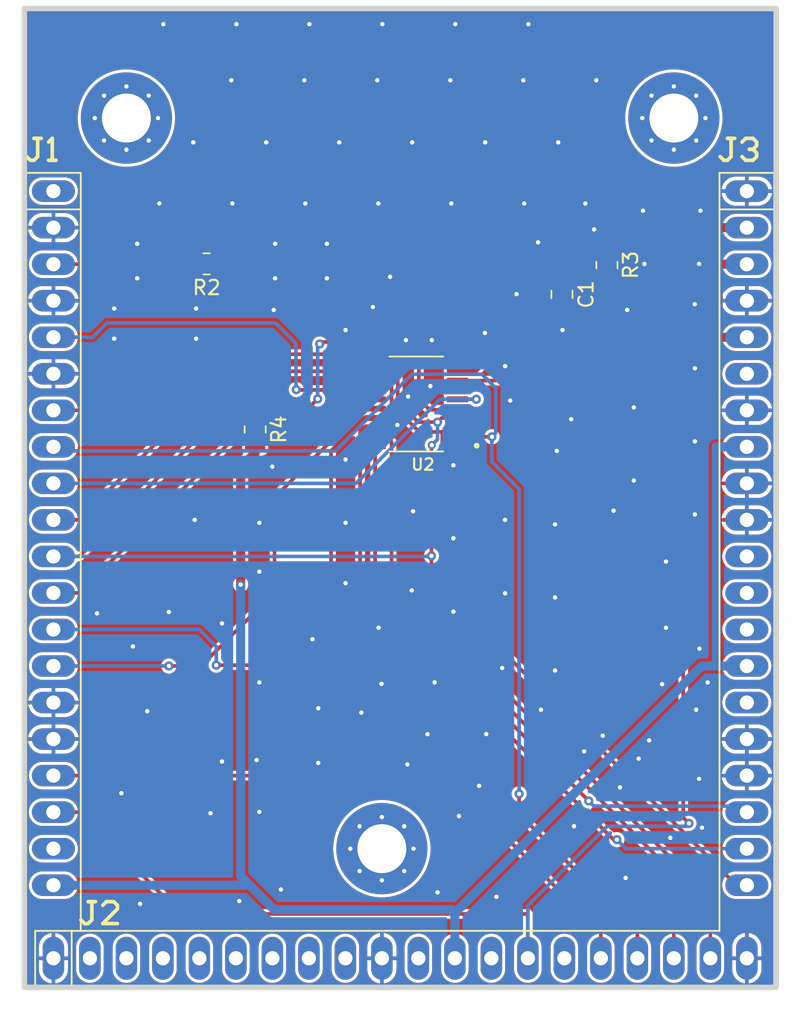
<source format=kicad_pcb>
(kicad_pcb (version 20221018) (generator pcbnew)
  (layers (0 "F.Cu" signal) (31 "B.Cu" signal) (34 "B.Paste" user) (35 "F.Paste" user) (36 "B.SilkS" user "B.Silkscreen") (37 "F.SilkS" user "F.Silkscreen") (38 "B.Mask" user) (39 "F.Mask" user) (44 "Edge.Cuts" user))
  (net 0 "")
  (net 1 "VCC")
  (net 2 "GND")
  (net 3 "Net-(J1-FILT_LP)")
  (net 5 "Net-(J1-CLKOUT)")
  (net 6 "GPI01")
  (net 7 "GPI02")
  (net 8 "GPI03")
  (net 9 "GPI04")
  (net 10 "RST")
  (net 11 "SCK")
  (net 12 "MISO")
  (net 13 "MOSI")
  (net 14 "PDIC")
  (net 15 "PDID")
  (net 28 "CLK")
  (net 29 "VBUS")
  (net 35 "LED1")
  (net 36 "LED2")
  (net 37 "LED3")
  (net 41 "CLKOUT")
  (net 42 "MH3ISO")
  (net 43 "MH2ISO")
  (net 44 "MH1ISO")
  (footprint "Resistor_SMD:R_0805_2012Metric_Pad1.20x1.40mm_HandSolder" (layer "F.Cu") (at 88.71 -87.19 -90)
    (fp_text reference "R4" (at 0 -1.65 90) (layer "F.SilkS"))
    (fp_text value "10K")
    (fp_line (start -0.227064 -0.735) (end 0.227064 -0.735) (stroke (width 0.12)) (layer "F.SilkS"))
    (fp_line (start -0.227064 0.735) (end 0.227064 0.735) (stroke (width 0.12)) (layer "F.SilkS"))
    (pad "1" smd roundrect (at -1 0 270) (size 1.2 1.4) (layers "F.Cu" "F.Paste" "F.Mask") (roundrect_rratio 0.2083333333) (net 10 "RST"))
    (pad "2" smd roundrect (at 1 0 270) (size 1.2 1.4) (layers "F.Cu" "F.Paste" "F.Mask") (roundrect_rratio 0.2083333333) (net 1 "VCC"))
  )
  (footprint "Resistor_SMD:R_0805_2012Metric_Pad1.20x1.40mm_HandSolder" (layer "F.Cu") (at 85.33 -98.7 180)
    (fp_text reference "R2" (at 0 -1.65) (layer "F.SilkS"))
    (fp_text value "100R")
    (fp_line (start -0.227064 -0.735) (end 0.227064 -0.735) (stroke (width 0.12)) (layer "F.SilkS"))
    (fp_line (start -0.227064 0.735) (end 0.227064 0.735) (stroke (width 0.12)) (layer "F.SilkS"))
    (pad "1" smd roundrect (at -1 0 180) (size 1.2 1.4) (layers "F.Cu" "F.Paste" "F.Mask") (roundrect_rratio 0.2083333333) (net 28 "CLK"))
    (pad "2" smd roundrect (at 1 0 180) (size 1.2 1.4) (layers "F.Cu" "F.Paste" "F.Mask") (roundrect_rratio 0.2083333333) (net 5 "Net-(J1-CLKOUT)"))
  )
  (footprint "Resistor_SMD:R_0805_2012Metric_Pad1.20x1.40mm_HandSolder" (layer "F.Cu") (at 113.19 -98.62 -90)
    (fp_text reference "R3" (at 0 -1.65 90) (layer "F.SilkS"))
    (fp_text value "51R")
    (fp_line (start -0.227064 -0.735) (end 0.227064 -0.735) (stroke (width 0.12)) (layer "F.SilkS"))
    (fp_line (start -0.227064 0.735) (end 0.227064 0.735) (stroke (width 0.12)) (layer "F.SilkS"))
    (pad "1" smd roundrect (at -1 0 270) (size 1.2 1.4) (layers "F.Cu" "F.Paste" "F.Mask") (roundrect_rratio 0.2083333333) (net 29 "VBUS"))
    (pad "2" smd roundrect (at 1 0 270) (size 1.2 1.4) (layers "F.Cu" "F.Paste" "F.Mask") (roundrect_rratio 0.2083333333) (net 3 "Net-(J1-FILT_LP)"))
  )
  (footprint "N76E003AT20:SOP65P640X120-20N" (layer "F.Cu") (at 99.9225 -88.96 180)
    (fp_text reference "U2" (at -0.460305 -4.210775 180) (layer "F.SilkS") (effects (font (size 0.800528 0.800528))))
    (fp_text value "N76E003AT20")
    (fp_line (start -1.869 -3.3) (end 1.869 -3.3) (stroke (width 0.127)) (layer "F.SilkS"))
    (fp_line (start -1.869 3.3) (end 1.869 3.3) (stroke (width 0.127)) (layer "F.SilkS"))
    (fp_circle (center -4.2 -2.9) (end -4.1 -2.9) (stroke (width 0.2)) (fill none) (layer "F.SilkS"))
    (pad "1" smd roundrect (at -2.865 -2.925 180) (size 1.48 0.41) (layers "F.Cu" "F.Paste" "F.Mask") (roundrect_rratio 0.02) (net 37 "LED3"))
    (pad "2" smd roundrect (at -2.865 -2.275 180) (size 1.48 0.41) (layers "F.Cu" "F.Paste" "F.Mask") (roundrect_rratio 0.02) (net 7 "GPI02"))
    (pad "3" smd roundrect (at -2.865 -1.625 180) (size 1.48 0.41) (layers "F.Cu" "F.Paste" "F.Mask") (roundrect_rratio 0.02) (net 6 "GPI01"))
    (pad "4" smd roundrect (at -2.865 -0.975 180) (size 1.48 0.41) (layers "F.Cu" "F.Paste" "F.Mask") (roundrect_rratio 0.02) (net 10 "RST"))
    (pad "5" smd roundrect (at -2.865 -0.325 180) (size 1.48 0.41) (layers "F.Cu" "F.Paste" "F.Mask") (roundrect_rratio 0.02) (net 28 "CLK"))
    (pad "6" smd roundrect (at -2.865 0.325 180) (size 1.48 0.41) (layers "F.Cu" "F.Paste" "F.Mask") (roundrect_rratio 0.02) (net 8 "GPI03"))
    (pad "7" smd roundrect (at -2.865 0.975 180) (size 1.48 0.41) (layers "F.Cu" "F.Paste" "F.Mask") (roundrect_rratio 0.02) (net 2 "GND"))
    (pad "8" smd roundrect (at -2.865 1.625 180) (size 1.48 0.41) (layers "F.Cu" "F.Paste" "F.Mask") (roundrect_rratio 0.02) (net 15 "PDID"))
    (pad "9" smd roundrect (at -2.865 2.275 180) (size 1.48 0.41) (layers "F.Cu" "F.Paste" "F.Mask") (roundrect_rratio 0.02) (net 29 "VBUS"))
    (pad "10" smd roundrect (at -2.865 2.925 180) (size 1.48 0.41) (layers "F.Cu" "F.Paste" "F.Mask") (roundrect_rratio 0.02))
    (pad "11" smd roundrect (at 2.865 2.925) (size 1.48 0.41) (layers "F.Cu" "F.Paste" "F.Mask") (roundrect_rratio 0.02))
    (pad "12" smd roundrect (at 2.865 2.275) (size 1.48 0.41) (layers "F.Cu" "F.Paste" "F.Mask") (roundrect_rratio 0.02) (net 9 "GPI04"))
    (pad "13" smd roundrect (at 2.865 1.625) (size 1.48 0.41) (layers "F.Cu" "F.Paste" "F.Mask") (roundrect_rratio 0.02))
    (pad "14" smd roundrect (at 2.865 0.975) (size 1.48 0.41) (layers "F.Cu" "F.Paste" "F.Mask") (roundrect_rratio 0.02) (net 41 "CLKOUT"))
    (pad "15" smd roundrect (at 2.865 0.325) (size 1.48 0.41) (layers "F.Cu" "F.Paste" "F.Mask") (roundrect_rratio 0.02) (net 11 "SCK"))
    (pad "16" smd roundrect (at 2.865 -0.325) (size 1.48 0.41) (layers "F.Cu" "F.Paste" "F.Mask") (roundrect_rratio 0.02) (net 13 "MOSI"))
    (pad "17" smd roundrect (at 2.865 -0.975) (size 1.48 0.41) (layers "F.Cu" "F.Paste" "F.Mask") (roundrect_rratio 0.02) (net 12 "MISO"))
    (pad "18" smd roundrect (at 2.865 -1.625) (size 1.48 0.41) (layers "F.Cu" "F.Paste" "F.Mask") (roundrect_rratio 0.02) (net 14 "PDIC"))
    (pad "19" smd roundrect (at 2.865 -2.275) (size 1.48 0.41) (layers "F.Cu" "F.Paste" "F.Mask") (roundrect_rratio 0.02) (net 35 "LED1"))
    (pad "20" smd roundrect (at 2.865 -2.925) (size 1.48 0.41) (layers "F.Cu" "F.Paste" "F.Mask") (roundrect_rratio 0.02) (net 36 "LED2"))
  )
  (footprint "Capacitor_SMD:C_0805_2012Metric_Pad1.18x1.45mm_HandSolder" (layer "F.Cu") (at 110.06 -96.58 -90)
    (fp_text reference "C1" (at 0 -1.68 90) (layer "F.SilkS"))
    (fp_text value "100nF")
    (fp_line (start -0.261252 -0.735) (end 0.261252 -0.735) (stroke (width 0.12)) (layer "F.SilkS"))
    (fp_line (start -0.261252 0.735) (end 0.261252 0.735) (stroke (width 0.12)) (layer "F.SilkS"))
    (pad "1" smd roundrect (at -1.0375 0 270) (size 1.175 1.45) (layers "F.Cu" "F.Paste" "F.Mask") (roundrect_rratio 0.2127659574) (net 3 "Net-(J1-FILT_LP)"))
    (pad "2" smd roundrect (at 1.0375 0 270) (size 1.175 1.45) (layers "F.Cu" "F.Paste" "F.Mask") (roundrect_rratio 0.2127659574) (net 2 "GND"))
  )
  (footprint "chipwhisperer:CW308T_CONNBOARD" (layer "F.Cu") (at 74.667 -103.7608)
    (fp_text reference "J1" hide)
    (fp_text value ">VALUE" hide)
    (fp_line (start -1.905 -1.27) (end 1.905 -1.27) (stroke (width 0.127)) (layer "F.SilkS"))
    (fp_line (start -1.905 1.27) (end -1.905 -1.27) (stroke (width 0.127)) (layer "F.SilkS"))
    (fp_line (start -1.905 1.27) (end 1.905 1.27) (stroke (width 0.127)) (layer "F.SilkS"))
    (fp_line (start -1.905 55.245) (end -1.905 1.27) (stroke (width 0.127)) (layer "F.SilkS"))
    (fp_line (start -1.27 51.435) (end -1.27 55.245) (stroke (width 0.127)) (layer "F.SilkS"))
    (fp_line (start -1.27 55.245) (end -1.905 55.245) (stroke (width 0.127)) (layer "F.SilkS"))
    (fp_line (start 1.27 51.435) (end -1.27 51.435) (stroke (width 0.127)) (layer "F.SilkS"))
    (fp_line (start 1.27 51.435) (end 1.905 51.435) (stroke (width 0.127)) (layer "F.SilkS"))
    (fp_line (start 1.27 55.245) (end -1.27 55.245) (stroke (width 0.127)) (layer "F.SilkS"))
    (fp_line (start 1.27 55.245) (end 1.27 51.435) (stroke (width 0.127)) (layer "F.SilkS"))
    (fp_line (start 1.905 -1.27) (end 1.905 1.27) (stroke (width 0.127)) (layer "F.SilkS"))
    (fp_line (start 1.905 1.27) (end 1.905 51.435) (stroke (width 0.127)) (layer "F.SilkS"))
    (fp_line (start 1.905 51.435) (end 46.355 51.435) (stroke (width 0.127)) (layer "F.SilkS"))
    (fp_line (start 46.355 -1.27) (end 50.165 -1.27) (stroke (width 0.127)) (layer "F.SilkS"))
    (fp_line (start 46.355 1.27) (end 46.355 -1.27) (stroke (width 0.127)) (layer "F.SilkS"))
    (fp_line (start 46.355 1.27) (end 50.165 1.27) (stroke (width 0.127)) (layer "F.SilkS"))
    (fp_line (start 46.355 51.435) (end 46.355 1.27) (stroke (width 0.127)) (layer "F.SilkS"))
    (fp_line (start 50.165 -1.27) (end 50.165 1.27) (stroke (width 0.127)) (layer "F.SilkS"))
    (fp_line (start 50.165 1.27) (end 50.165 55.245) (stroke (width 0.127)) (layer "F.SilkS"))
    (fp_line (start 50.165 55.245) (end 1.27 55.245) (stroke (width 0.127)) (layer "F.SilkS"))
    (pad "A1" thru_hole oval (at 0 0 90) (size 1.4986 2.9972) (drill 0.9906) (layers "*.Cu" "*.Mask"))
    (pad "A2" thru_hole oval (at 0 2.54 90) (size 1.4986 2.9972) (drill 0.9906) (layers "*.Cu" "*.Mask") (net 2 "GND"))
    (pad "A3" thru_hole oval (at 0 5.08 90) (size 1.4986 2.9972) (drill 0.9906) (layers "*.Cu" "*.Mask") (net 5 "Net-(J1-CLKOUT)"))
    (pad "A4" thru_hole oval (at 0 7.62 90) (size 1.4986 2.9972) (drill 0.9906) (layers "*.Cu" "*.Mask") (net 2 "GND"))
    (pad "A5" thru_hole oval (at 0 10.16 90) (size 1.4986 2.9972) (drill 0.9906) (layers "*.Cu" "*.Mask") (net 41 "CLKOUT"))
    (pad "A6" thru_hole oval (at 0 12.7 90) (size 1.4986 2.9972) (drill 0.9906) (layers "*.Cu" "*.Mask") (net 2 "GND"))
    (pad "A7" thru_hole oval (at 0 15.24 90) (size 1.4986 2.9972) (drill 0.9906) (layers "*.Cu" "*.Mask") (net 6 "GPI01"))
    (pad "A8" thru_hole oval (at 0 17.78 90) (size 1.4986 2.9972) (drill 0.9906) (layers "*.Cu" "*.Mask") (net 7 "GPI02"))
    (pad "A9" thru_hole oval (at 0 20.32 90) (size 1.4986 2.9972) (drill 0.9906) (layers "*.Cu" "*.Mask") (net 8 "GPI03"))
    (pad "A10" thru_hole oval (at 0 22.86 90) (size 1.4986 2.9972) (drill 0.9906) (layers "*.Cu" "*.Mask") (net 9 "GPI04"))
    (pad "A11" thru_hole oval (at 0 25.4 90) (size 1.4986 2.9972) (drill 0.9906) (layers "*.Cu" "*.Mask") (net 10 "RST"))
    (pad "A12" thru_hole oval (at 0 27.94 90) (size 1.4986 2.9972) (drill 0.9906) (layers "*.Cu" "*.Mask") (net 11 "SCK"))
    (pad "A13" thru_hole oval (at 0 30.48 90) (size 1.4986 2.9972) (drill 0.9906) (layers "*.Cu" "*.Mask") (net 12 "MISO"))
    (pad "A14" thru_hole oval (at 0 33.02 90) (size 1.4986 2.9972) (drill 0.9906) (layers "*.Cu" "*.Mask") (net 13 "MOSI"))
    (pad "A15" thru_hole oval (at 0 35.56 90) (size 1.4986 2.9972) (drill 0.9906) (layers "*.Cu" "*.Mask") (net 2 "GND"))
    (pad "A16" thru_hole oval (at 0 38.1 90) (size 1.4986 2.9972) (drill 0.9906) (layers "*.Cu" "*.Mask") (net 2 "GND"))
    (pad "A17" thru_hole oval (at 0 40.64 90) (size 1.4986 2.9972) (drill 0.9906) (layers "*.Cu" "*.Mask") (net 14 "PDIC"))
    (pad "A18" thru_hole oval (at 0 43.18 90) (size 1.4986 2.9972) (drill 0.9906) (layers "*.Cu" "*.Mask") (net 15 "PDID"))
    (pad "A19" thru_hole oval (at 0 45.72 90) (size 1.4986 2.9972) (drill 0.9906) (layers "*.Cu" "*.Mask"))
    (pad "A20" thru_hole oval (at 0 48.26 90) (size 1.4986 2.9972) (drill 0.9906) (layers "*.Cu" "*.Mask") (net 1 "VCC"))
    (pad "B1" thru_hole oval (at 0 53.34 180) (size 1.4986 2.9972) (drill 0.9906) (layers "*.Cu" "*.Mask") (net 2 "GND"))
    (pad "B2" thru_hole oval (at 2.54 53.34 180) (size 1.4986 2.9972) (drill 0.9906) (layers "*.Cu" "*.Mask"))
    (pad "B3" thru_hole oval (at 5.08 53.34 180) (size 1.4986 2.9972) (drill 0.9906) (layers "*.Cu" "*.Mask"))
    (pad "B4" thru_hole oval (at 7.62 53.34 180) (size 1.4986 2.9972) (drill 0.9906) (layers "*.Cu" "*.Mask"))
    (pad "B5" thru_hole oval (at 10.16 53.34 180) (size 1.4986 2.9972) (drill 0.9906) (layers "*.Cu" "*.Mask"))
    (pad "B6" thru_hole oval (at 12.7 53.34 180) (size 1.4986 2.9972) (drill 0.9906) (layers "*.Cu" "*.Mask"))
    (pad "B7" thru_hole oval (at 15.24 53.34 180) (size 1.4986 2.9972) (drill 0.9906) (layers "*.Cu" "*.Mask"))
    (pad "B8" thru_hole oval (at 17.78 53.34 180) (size 1.4986 2.9972) (drill 0.9906) (layers "*.Cu" "*.Mask"))
    (pad "B9" thru_hole oval (at 20.32 53.34 180) (size 1.4986 2.9972) (drill 0.9906) (layers "*.Cu" "*.Mask"))
    (pad "B10" thru_hole oval (at 22.86 53.34 180) (size 1.4986 2.9972) (drill 0.9906) (layers "*.Cu" "*.Mask") (net 2 "GND"))
    (pad "B11" thru_hole oval (at 25.4 53.34 180) (size 1.4986 2.9972) (drill 0.9906) (layers "*.Cu" "*.Mask"))
    (pad "B12" thru_hole oval (at 27.94 53.34 180) (size 1.4986 2.9972) (drill 0.9906) (layers "*.Cu" "*.Mask") (net 1 "VCC"))
    (pad "B13" thru_hole oval (at 30.48 53.34 180) (size 1.4986 2.9972) (drill 0.9906) (layers "*.Cu" "*.Mask"))
    (pad "B14" thru_hole oval (at 33.02 53.34 180) (size 1.4986 2.9972) (drill 0.9906) (layers "*.Cu" "*.Mask") (net 15 "PDID"))
    (pad "B15" thru_hole oval (at 35.56 53.34 180) (size 1.4986 2.9972) (drill 0.9906) (layers "*.Cu" "*.Mask"))
    (pad "B16" thru_hole oval (at 38.1 53.34 180) (size 1.4986 2.9972) (drill 0.9906) (layers "*.Cu" "*.Mask") (net 14 "PDIC"))
    (pad "B17" thru_hole oval (at 40.64 53.34 180) (size 1.4986 2.9972) (drill 0.9906) (layers "*.Cu" "*.Mask") (net 7 "GPI02"))
    (pad "B18" thru_hole oval (at 43.18 53.34 180) (size 1.4986 2.9972) (drill 0.9906) (layers "*.Cu" "*.Mask") (net 10 "RST"))
    (pad "B19" thru_hole oval (at 45.72 53.34 180) (size 1.4986 2.9972) (drill 0.9906) (layers "*.Cu" "*.Mask") (net 6 "GPI01"))
    (pad "B20" thru_hole oval (at 48.26 53.34 180) (size 1.4986 2.9972) (drill 0.9906) (layers "*.Cu" "*.Mask") (net 2 "GND"))
    (pad "C1" thru_hole oval (at 48.26 0 90) (size 1.4986 2.9972) (drill 0.9906) (layers "*.Cu" "*.Mask") (net 2 "GND"))
    (pad "C2" thru_hole oval (at 48.26 2.54 90) (size 1.4986 2.9972) (drill 0.9906) (layers "*.Cu" "*.Mask") (net 29 "VBUS"))
    (pad "C3" thru_hole oval (at 48.26 5.08 90) (size 1.4986 2.9972) (drill 0.9906) (layers "*.Cu" "*.Mask") (net 3 "Net-(J1-FILT_LP)"))
    (pad "C4" thru_hole oval (at 48.26 7.62 90) (size 1.4986 2.9972) (drill 0.9906) (layers "*.Cu" "*.Mask") (net 2 "GND"))
    (pad "C5" thru_hole oval (at 48.26 10.16 90) (size 1.4986 2.9972) (drill 0.9906) (layers "*.Cu" "*.Mask") (net 3 "Net-(J1-FILT_LP)"))
    (pad "C6" thru_hole oval (at 48.26 12.7 90) (size 1.4986 2.9972) (drill 0.9906) (layers "*.Cu" "*.Mask"))
    (pad "C7" thru_hole oval (at 48.26 15.24 90) (size 1.4986 2.9972) (drill 0.9906) (layers "*.Cu" "*.Mask") (net 2 "GND"))
    (pad "C8" thru_hole oval (at 48.26 17.78 90) (size 1.4986 2.9972) (drill 0.9906) (layers "*.Cu" "*.Mask") (net 1 "VCC"))
    (pad "C9" thru_hole oval (at 48.26 20.32 90) (size 1.4986 2.9972) (drill 0.9906) (layers "*.Cu" "*.Mask") (net 2 "GND"))
    (pad "C10" thru_hole oval (at 48.26 22.86 90) (size 1.4986 2.9972) (drill 0.9906) (layers "*.Cu" "*.Mask") (net 2 "GND"))
    (pad "C11" thru_hole oval (at 48.26 25.4 90) (size 1.4986 2.9972) (drill 0.9906) (layers "*.Cu" "*.Mask"))
    (pad "C12" thru_hole oval (at 48.26 27.94 90) (size 1.4986 2.9972) (drill 0.9906) (layers "*.Cu" "*.Mask"))
    (pad "C13" thru_hole oval (at 48.26 30.48 90) (size 1.4986 2.9972) (drill 0.9906) (layers "*.Cu" "*.Mask"))
    (pad "C14" thru_hole oval (at 48.26 33.02 90) (size 1.4986 2.9972) (drill 0.9906) (layers "*.Cu" "*.Mask") (net 1 "VCC"))
    (pad "C15" thru_hole oval (at 48.26 35.56 90) (size 1.4986 2.9972) (drill 0.9906) (layers "*.Cu" "*.Mask"))
    (pad "C16" thru_hole oval (at 48.26 38.1 90) (size 1.4986 2.9972) (drill 0.9906) (layers "*.Cu" "*.Mask") (net 2 "GND"))
    (pad "C17" thru_hole oval (at 48.26 40.64 90) (size 1.4986 2.9972) (drill 0.9906) (layers "*.Cu" "*.Mask") (net 2 "GND"))
    (pad "C18" thru_hole oval (at 48.26 43.18 90) (size 1.4986 2.9972) (drill 0.9906) (layers "*.Cu" "*.Mask") (net 35 "LED1"))
    (pad "C19" thru_hole oval (at 48.26 45.72 90) (size 1.4986 2.9972) (drill 0.9906) (layers "*.Cu" "*.Mask") (net 36 "LED2"))
    (pad "C20" thru_hole oval (at 48.26 48.26 90) (size 1.4986 2.9972) (drill 0.9906) (layers "*.Cu" "*.Mask") (net 37 "LED3"))
    (pad "MH1" thru_hole circle (at 5.08 -5.08 90) (size 6.35 6.35) (drill 3.4036) (layers "*.Cu" "*.Mask") (net 44 "MH1ISO"))
    (pad "MH2" thru_hole circle (at 43.18 -5.08 90) (size 6.35 6.35) (drill 3.4036) (layers "*.Cu" "*.Mask") (net 43 "MH2ISO"))
    (pad "MH3" thru_hole circle (at 22.86 45.72 90) (size 6.35 6.35) (drill 3.4036) (layers "*.Cu" "*.Mask") (net 42 "MH3ISO"))
  )
  (gr_line (start 123.60834 -107.17479) (end 123.60834 -106.92105) (stroke (width 0.254)) (layer "F.SilkS"))
  (gr_line (start 74.33259 -105.9053) (end 74.84034 -105.9053) (stroke (width 0.254)) (layer "F.SilkS"))
  (gr_line (start 73.31685 -107.42879) (end 73.57085 -107.42879) (stroke (width 0.254)) (layer "F.SilkS"))
  (gr_line (start 77.59675 -54.35549) (end 77.08875 -54.35549) (stroke (width 0.254)) (layer "F.SilkS"))
  (gr_line (start 122.08485 -107.42879) (end 121.57685 -107.42879) (stroke (width 0.254)) (layer "F.SilkS"))
  (gr_line (start 122.84659 -105.9053) (end 122.59259 -106.1593) (stroke (width 0.254)) (layer "F.SilkS"))
  (gr_line (start 123.35434 -105.9053) (end 122.84659 -105.9053) (stroke (width 0.254)) (layer "F.SilkS"))
  (gr_line (start 121.57685 -107.42879) (end 121.83085 -107.42879) (stroke (width 0.254)) (layer "F.SilkS"))
  (gr_line (start 121.57685 -105.9053) (end 121.3231 -105.9053) (stroke (width 0.254)) (layer "F.SilkS"))
  (gr_line (start 76.835 -52.832) (end 76.581 -53.086) (stroke (width 0.254)) (layer "F.SilkS"))
  (gr_line (start 73.31685 -105.9053) (end 73.0631 -105.9053) (stroke (width 0.254)) (layer "F.SilkS"))
  (gr_line (start 77.08875 -54.35549) (end 77.34275 -54.35549) (stroke (width 0.254)) (layer "F.SilkS"))
  (gr_line (start 78.86624 -54.35549) (end 78.35849 -54.35549) (stroke (width 0.254)) (layer "F.SilkS"))
  (gr_line (start 123.60834 -106.41305) (end 123.60834 -106.1593) (stroke (width 0.254)) (layer "F.SilkS"))
  (gr_line (start 77.08875 -52.832) (end 76.835 -52.832) (stroke (width 0.254)) (layer "F.SilkS"))
  (gr_line (start 121.83085 -107.42879) (end 121.83085 -106.1593) (stroke (width 0.254)) (layer "F.SilkS"))
  (gr_line (start 73.57085 -106.1593) (end 73.31685 -105.9053) (stroke (width 0.254)) (layer "F.SilkS"))
  (gr_line (start 74.58659 -105.9053) (end 74.58659 -107.42879) (stroke (width 0.254)) (layer "F.SilkS"))
  (gr_line (start 78.10449 -52.832) (end 79.12024 -53.84775) (stroke (width 0.254)) (layer "F.SilkS"))
  (gr_line (start 78.35849 -54.35549) (end 78.10449 -54.10149) (stroke (width 0.254)) (layer "F.SilkS"))
  (gr_line (start 121.3231 -105.9053) (end 121.0691 -106.1593) (stroke (width 0.254)) (layer "F.SilkS"))
  (gr_line (start 73.57085 -107.42879) (end 73.57085 -106.1593) (stroke (width 0.254)) (layer "F.SilkS"))
  (gr_line (start 123.35434 -106.66705) (end 123.60834 -106.41305) (stroke (width 0.254)) (layer "F.SilkS"))
  (gr_line (start 79.12024 -53.84775) (end 79.12024 -54.10149) (stroke (width 0.254)) (layer "F.SilkS"))
  (gr_line (start 123.10034 -106.66705) (end 123.35434 -106.66705) (stroke (width 0.254)) (layer "F.SilkS"))
  (gr_line (start 73.82485 -107.42879) (end 73.31685 -107.42879) (stroke (width 0.254)) (layer "F.SilkS"))
  (gr_line (start 73.0631 -105.9053) (end 72.8091 -106.1593) (stroke (width 0.254)) (layer "F.SilkS"))
  (gr_line (start 79.12024 -52.832) (end 78.10449 -52.832) (stroke (width 0.254)) (layer "F.SilkS"))
  (gr_line (start 122.84659 -107.42879) (end 123.35434 -107.42879) (stroke (width 0.254)) (layer "F.SilkS"))
  (gr_line (start 123.35434 -107.42879) (end 123.60834 -107.17479) (stroke (width 0.254)) (layer "F.SilkS"))
  (gr_line (start 77.34275 -54.35549) (end 77.34275 -53.086) (stroke (width 0.254)) (layer "F.SilkS"))
  (gr_line (start 74.58659 -107.42879) (end 74.33259 -107.17479) (stroke (width 0.254)) (layer "F.SilkS"))
  (gr_line (start 123.60834 -106.1593) (end 123.35434 -105.9053) (stroke (width 0.254)) (layer "F.SilkS"))
  (gr_line (start 123.60834 -106.92105) (end 123.35434 -106.66705) (stroke (width 0.254)) (layer "F.SilkS"))
  (gr_line (start 121.83085 -106.1593) (end 121.57685 -105.9053) (stroke (width 0.254)) (layer "F.SilkS"))
  (gr_line (start 122.59259 -107.17479) (end 122.84659 -107.42879) (stroke (width 0.254)) (layer "F.SilkS"))
  (gr_line (start 77.34275 -53.086) (end 77.08875 -52.832) (stroke (width 0.254)) (layer "F.SilkS"))
  (gr_line (start 79.12024 -54.10149) (end 78.86624 -54.35549) (stroke (width 0.254)) (layer "F.SilkS"))
  (gr_line (start 123.35434 -106.66705) (end 123.10034 -106.66705) (stroke (width 0.254)) (layer "F.SilkS"))
  (gr_line (start 74.84034 -105.9053) (end 74.58659 -105.9053) (stroke (width 0.254)) (layer "F.SilkS"))
  (gr_line (start 124.968 -48.387) (end 124.968 -64.516) (stroke (width 0.381)) (layer "Edge.Cuts"))
  (gr_line (start 72.644 -48.387) (end 72.644 -116.459) (stroke (width 0.381)) (layer "Edge.Cuts"))
  (gr_line (start 72.644 -116.459) (end 124.968 -116.459) (stroke (width 0.381)) (layer "Edge.Cuts"))
  (gr_line (start 124.968 -99.06) (end 124.968 -116.459) (stroke (width 0.381)) (layer "Edge.Cuts"))
  (gr_line (start 124.968 -64.516) (end 124.968 -99.06) (stroke (width 0.381)) (layer "Edge.Cuts"))
  (gr_line (start 72.644 -48.387) (end 124.968 -48.387) (stroke (width 0.381)) (layer "Edge.Cuts"))
  (segment (start 88.71 -85.560527) (end 88.71 -86.19) (width 0.635) (layer "F.Cu") (net 1))
  (segment (start 87.7 -76.4) (end 87.7 -84.550527) (width 0.635) (layer "F.Cu") (net 1))
  (segment (start 87.7 -84.550527) (end 88.71 -85.560527) (width 0.635) (layer "F.Cu") (net 1))
  (via (at 87.7 -76.4) (size 0.635) (drill 0.3048) (layers "F.Cu" "B.Cu") (net 1))
  (segment (start 120.8 -85.9808) (end 122.927 -85.9808) (width 0.635) (layer "B.Cu") (net 1))
  (segment (start 120.933 -70.7408) (end 119.783 -70.7408) (width 0.635) (layer "B.Cu") (net 1))
  (segment (start 122.927 -70.7408) (end 120.933 -70.7408) (width 0.635) (layer "B.Cu") (net 1))
  (segment (start 120.8 -70.8738) (end 120.8 -85.9808) (width 0.635) (layer "B.Cu") (net 1))
  (segment (start 120.933 -70.7408) (end 120.8 -70.8738) (width 0.635) (layer "B.Cu") (net 1))
  (segment (start 74.667 -55.5008) (end 88.3281 -55.5008) (width 0.635) (layer "B.Cu") (net 1))
  (segment (start 87.7 -76.4) (end 87.7 -56.1289) (width 0.635) (layer "B.Cu") (net 1))
  (segment (start 102.607 -53.5648) (end 102.3718 -53.8) (width 0.635) (layer "B.Cu") (net 1))
  (segment (start 119.783 -70.7408) (end 102.607 -53.5648) (width 0.635) (layer "B.Cu") (net 1))
  (segment (start 102.607 -53.5648) (end 102.607 -50.4208) (width 0.635) (layer "B.Cu") (net 1))
  (segment (start 87.7 -56.1289) (end 88.3281 -55.5008) (width 0.635) (layer "B.Cu") (net 1))
  (segment (start 102.3718 -53.8) (end 90.0289 -53.8) (width 0.635) (layer "B.Cu") (net 1))
  (segment (start 90.0289 -53.8) (end 88.3281 -55.5008) (width 0.635) (layer "B.Cu") (net 1))
  (via (at 93.7 -100.1) (size 0.635) (drill 0.3048) (layers "F.Cu" "B.Cu") (net 2))
  (via (at 106.1 -80.9) (size 0.635) (drill 0.3048) (layers "F.Cu" "B.Cu") (net 2))
  (via (at 110.7 -87.9) (size 0.635) (drill 0.3048) (layers "F.Cu" "B.Cu") (net 2))
  (via (at 115.06 -83.64) (size 0.635) (drill 0.3048) (layers "F.Cu" "B.Cu") (net 2))
  (via (at 98.6 -87.5) (size 0.635) (drill 0.3048) (layers "F.Cu" "B.Cu") (net 2))
  (via (at 77.7 -74.4) (size 0.635) (drill 0.3048) (layers "F.Cu" "B.Cu") (net 2))
  (via (at 115.8 -98.7) (size 0.635) (drill 0.3048) (layers "F.Cu" "B.Cu") (net 2))
  (via (at 101 -93.4) (size 0.635) (drill 0.3048) (layers "F.Cu" "B.Cu") (net 2))
  (via (at 110.1 -94.1) (size 0.635) (drill 0.3048) (layers "F.Cu" "B.Cu") (net 2))
  (via (at 109.58 -75.51) (size 0.635) (drill 0.3048) (layers "F.Cu" "B.Cu") (net 2))
  (via (at 114.6 -95.5) (size 0.635) (drill 0.3048) (layers "F.Cu" "B.Cu") (net 2))
  (via (at 97.21 -111.47) (size 0.635) (drill 0.3048) (layers "F.Cu" "B.Cu") (net 2))
  (via (at 80.7 -54.2) (size 0.635) (drill 0.3048) (layers "F.Cu" "B.Cu") (net 2))
  (via (at 102.36 -102.9) (size 0.635) (drill 0.3048) (layers "F.Cu" "B.Cu") (net 2))
  (via (at 109.58 -80.59) (size 0.635) (drill 0.3048) (layers "F.Cu" "B.Cu") (net 2))
  (via (at 90.5 -55.2) (size 0.635) (drill 0.3048) (layers "F.Cu" "B.Cu") (net 2))
  (via (at 87.4 -115.37) (size 0.635) (drill 0.3048) (layers "F.Cu" "B.Cu") (net 2))
  (via (at 104.792 -66.008) (size 0.635) (drill 0.3048) (layers "F.Cu" "B.Cu") (net 2))
  (via (at 109.8 -107.15) (size 0.635) (drill 0.3048) (layers "F.Cu" "B.Cu") (net 2))
  (via (at 110.9 -59.6) (size 0.635) (drill 0.3048) (layers "F.Cu" "B.Cu") (net 2))
  (via (at 102.5 -84.7) (size 0.635) (drill 0.3048) (layers "F.Cu" "B.Cu") (net 2))
  (via (at 119.63 -71.95) (size 0.635) (drill 0.3048) (layers "F.Cu" "B.Cu") (net 2))
  (via (at 119.3 -95.9) (size 0.635) (drill 0.3048) (layers "F.Cu" "B.Cu") (net 2))
  (via (at 107.37 -111.47) (size 0.635) (drill 0.3048) (layers "F.Cu" "B.Cu") (net 2))
  (via (at 93.1 -64) (size 0.635) (drill 0.3048) (layers "F.Cu" "B.Cu") (net 2))
  (via (at 99.7 -81.5) (size 0.635) (drill 0.3048) (layers "F.Cu" "B.Cu") (net 2))
  (via (at 105.5 -54.7) (size 0.635) (drill 0.3048) (layers "F.Cu" "B.Cu") (net 2))
  (via (at 86.4 -64.1) (size 0.635) (drill 0.3048) (layers "F.Cu" "B.Cu") (net 2))
  (via (at 106.46 -89.2) (size 0.635) (drill 0.3048) (layers "F.Cu" "B.Cu") (net 2))
  (via (at 104.292 -62.408) (size 0.635) (drill 0.3048) (layers "F.Cu" "B.Cu") (net 2))
  (via (at 87.6 -54.4) (size 0.635) (drill 0.3048) (layers "F.Cu" "B.Cu") (net 2))
  (via (at 112.3 -101.1) (size 0.635) (drill 0.3048) (layers "F.Cu" "B.Cu") (net 2))
  (via (at 80.5 -100.1) (size 0.635) (drill 0.3048) (layers "F.Cu" "B.Cu") (net 2))
  (via (at 104.72 -107.15) (size 0.635) (drill 0.3048) (layers "F.Cu" "B.Cu") (net 2))
  (via (at 117.03 -69.48) (size 0.635) (drill 0.3048) (layers "F.Cu" "B.Cu") (net 2))
  (via (at 89 -69.6) (size 0.635) (drill 0.3048) (layers "F.Cu" "B.Cu") (net 2))
  (via (at 102.5 -74.52) (size 0.635) (drill 0.3048) (layers "F.Cu" "B.Cu") (net 2))
  (via (at 92.13 -111.47) (size 0.635) (drill 0.3048) (layers "F.Cu" "B.Cu") (net 2))
  (via (at 95 -80.7) (size 0.635) (drill 0.3048) (layers "F.Cu" "B.Cu") (net 2))
  (via (at 106.108 -91.592) (size 0.635) (drill 0.3048) (layers "F.Cu" "B.Cu") (net 2))
  (via (at 79.4 -61.9) (size 0.635) (drill 0.3048) (layers "F.Cu" "B.Cu") (net 2))
  (via (at 94.56 -107.15) (size 0.635) (drill 0.3048) (layers "F.Cu" "B.Cu") (net 2))
  (via (at 97.56 -115.37) (size 0.635) (drill 0.3048) (layers "F.Cu" "B.Cu") (net 2))
  (via (at 112.9 -65.9) (size 0.635) (drill 0.3048) (layers "F.Cu" "B.Cu") (net 2))
  (via (at 82.32 -115.37) (size 0.635) (drill 0.3048) (layers "F.Cu" "B.Cu") (net 2))
  (via (at 102.5 -79.62) (size 0.635) (drill 0.3048) (layers "F.Cu" "B.Cu") (net 2))
  (via (at 115.4 -64.3) (size 0.635) (drill 0.3048) (layers "F.Cu" "B.Cu") (net 2))
  (via (at 107.72 -115.37) (size 0.635) (drill 0.3048) (layers "F.Cu" "B.Cu") (net 2))
  (via (at 114.492 -56.008) (size 0.635) (drill 0.3048) (layers "F.Cu" "B.Cu") (net 2))
  (via (at 102.892 -60.308) (size 0.635) (drill 0.3048) (layers "F.Cu" "B.Cu") (net 2))
  (via (at 119.6 -62.9) (size 0.635) (drill 0.3048) (layers "F.Cu" "B.Cu") (net 2))
  (via (at 92.7 -72.6) (size 0.635) (drill 0.3048) (layers "F.Cu" "B.Cu") (net 2))
  (via (at 101.2 -69.6) (size 0.635) (drill 0.3048) (layers "F.Cu" "B.Cu") (net 2))
  (via (at 87.12 -102.9) (size 0.635) (drill 0.3048) (layers "F.Cu" "B.Cu") (net 2))
  (via (at 78.9 -95.6) (size 0.635) (drill 0.3048) (layers "F.Cu" "B.Cu") (net 2))
  (via (at 100.7 -66) (size 0.635) (drill 0.3048) (layers "F.Cu" "B.Cu") (net 2))
  (via (at 90.1 -97.7) (size 0.635) (drill 0.3048) (layers "F.Cu" "B.Cu") (net 2))
  (via (at 119.6 -98.7) (size 0.635) (drill 0.3048) (layers "F.Cu" "B.Cu") (net 2))
  (via (at 90 -95.5) (size 0.635) (drill 0.3048) (layers "F.Cu" "B.Cu") (net 2))
  (via (at 97.5 -69.5) (size 0.635) (drill 0.3048) (layers "F.Cu" "B.Cu") (net 2))
  (via (at 104.7 -93.9) (size 0.635) (drill 0.3048) (layers "F.Cu" "B.Cu") (net 2))
  (via (at 80.2 -72.1) (size 0.635) (drill 0.3048) (layers "F.Cu" "B.Cu") (net 2))
  (via (at 119.4 -67.7) (size 0.635) (drill 0.3048) (layers "F.Cu" "B.Cu") (net 2))
  (via (at 106.1 -75.8) (size 0.635) (drill 0.3048) (layers "F.Cu" "B.Cu") (net 2))
  (via (at 93.1 -67.8) (size 0.635) (drill 0.3048) (layers "F.Cu" "B.Cu") (net 2))
  (via (at 119.31 -86.36) (size 0.635) (drill 0.3048) (layers "F.Cu" "B.Cu") (net 2))
  (via (at 89.9 -84.6) (size 0.635) (drill 0.3048) (layers "F.Cu" "B.Cu") (net 2))
  (via (at 117.3 -78) (size 0.635) (drill 0.3048) (layers "F.Cu" "B.Cu") (net 2))
  (via (at 97.28 -102.9) (size 0.635) (drill 0.3048) (layers "F.Cu" "B.Cu") (net 2))
  (via (at 81.2 -67.6) (size 0.635) (drill 0.3048) (layers "F.Cu" "B.Cu") (net 2))
  (via (at 109.58 -70.43) (size 0.635) (drill 0.3048) (layers "F.Cu" "B.Cu") (net 2))
  (via (at 95 -94.1) (size 0.635) (drill 0.3048) (layers "F.Cu" "B.Cu") (net 2))
  (via (at 99.3 -63.9) (size 0.635) (drill 0.3048) (layers "F.Cu" "B.Cu") (net 2))
  (via (at 114.1 -62.3) (size 0.635) (drill 0.3048) (layers "F.Cu" "B.Cu") (net 2))
  (via (at 113.65 -81.54) (size 0.635) (drill 0.3048) (layers "F.Cu" "B.Cu") (net 2))
  (via (at 106.9 -96.6) (size 0.635) (drill 0.3048) (layers "F.Cu" "B.Cu") (net 2))
  (via (at 92.48 -115.37) (size 0.635) (drill 0.3048) (layers "F.Cu" "B.Cu") (net 2))
  (via (at 89.48 -107.15) (size 0.635) (drill 0.3048) (layers "F.Cu" "B.Cu") (net 2))
  (via (at 119.31 -91.44) (size 0.635) (drill 0.3048) (layers "F.Cu" "B.Cu") (net 2))
  (via (at 95 -85.1) (size 0.635) (drill 0.3048) (layers "F.Cu" "B.Cu") (net 2))
  (via (at 89 -60.6) (size 0.635) (drill 0.3048) (layers "F.Cu" "B.Cu") (net 2))
  (via (at 99.35 -89.48) (size 0.635) (drill 0.3048) (layers "F.Cu" "B.Cu") (net 2))
  (via (at 101.4 -55) (size 0.635) (drill 0.3048) (layers "F.Cu" "B.Cu") (net 2))
  (via (at 102.29 -111.47) (size 0.635) (drill 0.3048) (layers "F.Cu" "B.Cu") (net 2))
  (via (at 90.1 -100.1) (size 0.635) (drill 0.3048) (layers "F.Cu" "B.Cu") (net 2))
  (via (at 109.7 -85.7) (size 0.635) (drill 0.3048) (layers "F.Cu" "B.Cu") (net 2))
  (via (at 93.7 -97.7) (size 0.635) (drill 0.3048) (layers "F.Cu" "B.Cu") (net 2))
  (via (at 97.3 -73.4) (size 0.635) (drill 0.3048) (layers "F.Cu" "B.Cu") (net 2))
  (via (at 100.9 -90.2) (size 0.635) (drill 0.3048) (layers "F.Cu" "B.Cu") (net 2))
  (via (at 85.6 -60.5) (size 0.635) (drill 0.3048) (layers "F.Cu" "B.Cu") (net 2))
  (via (at 89 -77.3) (size 0.635) (drill 0.3048) (layers "F.Cu" "B.Cu") (net 2))
  (via (at 92.2 -102.9) (size 0.635) (drill 0.3048) (layers "F.Cu" "B.Cu") (net 2))
  (via (at 82.04 -102.9) (size 0.635) (drill 0.3048) (layers "F.Cu" "B.Cu") (net 2))
  (via (at 98.1 -97.8) (size 0.635) (drill 0.3048) (layers "F.Cu" "B.Cu") (net 2))
  (via (at 84.6 -95.6) (size 0.635) (drill 0.3048) (layers "F.Cu" "B.Cu") (net 2))
  (via (at 111.6 -64.8) (size 0.635) (drill 0.3048) (layers "F.Cu" "B.Cu") (net 2))
  (via (at 99.64 -107.15) (size 0.635) (drill 0.3048) (layers "F.Cu" "B.Cu") (net 2))
  (via (at 87.05 -111.47) (size 0.635) (drill 0.3048) (layers "F.Cu" "B.Cu") (net 2))
  (via (at 108.4 -100.2) (size 0.635) (drill 0.3048) (layers "F.Cu" "B.Cu") (net 2))
  (via (at 89 -80.7) (size 0.635) (drill 0.3048) (layers "F.Cu" "B.Cu") (net 2))
  (via (at 84.5 -80.9) (size 0.635) (drill 0.3048) (layers "F.Cu" "B.Cu") (net 2))
  (via (at 115.06 -88.72) (size 0.635) (drill 0.3048) (layers "F.Cu" "B.Cu") (net 2))
  (via (at 99.6 -76) (size 0.635) (drill 0.3048) (layers "F.Cu" "B.Cu") (net 2))
  (via (at 84.4 -107.15) (size 0.635) (drill 0.3048) (layers "F.Cu" "B.Cu") (net 2))
  (via (at 99.2 -93.4) (size 0.635) (drill 0.3048) (layers "F.Cu" "B.Cu") (net 2))
  (via (at 111.69 -102.9) (size 0.635) (drill 0.3048) (layers "F.Cu" "B.Cu") (net 2))
  (via (at 96.1 -67.5) (size 0.635) (drill 0.3048) (layers "F.Cu" "B.Cu") (net 2))
  (via (at 107.44 -102.9) (size 0.635) (drill 0.3048) (layers "F.Cu" "B.Cu") (net 2))
  (via (at 116.13 -65.57) (size 0.635) (drill 0.3048) (layers "F.Cu" "B.Cu") (net 2))
  (via (at 86.4 -73.7) (size 0.635) (drill 0.3048) (layers "F.Cu" "B.Cu") (net 2))
  (via (at 119.7 -102.4) (size 0.635) (drill 0.3048) (layers "F.Cu" "B.Cu") (net 2))
  (via (at 80.5 -97.7) (size 0.635) (drill 0.3048) (layers "F.Cu" "B.Cu") (net 2))
  (via (at 84.6 -93.5) (size 0.635) (drill 0.3048) (layers "F.Cu" "B.Cu") (net 2))
  (via (at 119.31 -81.28) (size 0.635) (drill 0.3048) (layers "F.Cu" "B.Cu") (net 2))
  (via (at 78.9 -93.5) (size 0.635) (drill 0.3048) (layers "F.Cu" "B.Cu") (net 2))
  (via (at 88.8 -64.2) (size 0.635) (drill 0.3048) (layers "F.Cu" "B.Cu") (net 2))
  (via (at 102.64 -115.37) (size 0.635) (drill 0.3048) (layers "F.Cu" "B.Cu") (net 2))
  (via (at 115.7 -102.4) (size 0.635) (drill 0.3048) (layers "F.Cu" "B.Cu") (net 2))
  (via (at 120.2 -69.6) (size 0.635) (drill 0.3048) (layers "F.Cu" "B.Cu") (net 2))
  (via (at 108.6 -67.7) (size 0.635) (drill 0.3048) (layers "F.Cu" "B.Cu") (net 2))
  (via (at 105.9 -70.6) (size 0.635) (drill 0.3048) (layers "F.Cu" "B.Cu") (net 2))
  (via (at 112.45 -111.47) (size 0.635) (drill 0.3048) (layers "F.Cu" "B.Cu") (net 2))
  (via (at 119.8 -59.5) (size 0.635) (drill 0.3048) (layers "F.Cu" "B.Cu") (net 2))
  (via (at 82.7 -74.5) (size 0.635) (drill 0.3048) (layers "F.Cu" "B.Cu") (net 2))
  (via (at 117.3 -73.4) (size 0.635) (drill 0.3048) (layers "F.Cu" "B.Cu") (net 2))
  (via (at 95 -76.5) (size 0.635) (drill 0.3048) (layers "F.Cu" "B.Cu") (net 2))
  (via (at 96.9 -95.7) (size 0.635) (drill 0.3048) (layers "F.Cu" "B.Cu") (net 2))
  (via (at 117.6 -58.8) (size 0.635) (drill 0.3048) (layers "F.Cu" "B.Cu") (net 2))
  (segment (start 122.927 -98.6808) (end 120.933 -98.6808) (width 0.635) (layer "F.Cu") (net 3))
  (segment (start 122.927 -93.6008) (end 120.933 -93.6008) (width 0.635) (layer "F.Cu") (net 3))
  (segment (start 120.9329 -97.62) (end 120.933 -97.6201) (width 0.635) (layer "F.Cu") (net 3))
  (segment (start 120.9329 -97.62) (end 113.19 -97.62) (width 0.635) (layer "F.Cu") (net 3))
  (segment (start 113.1875 -97.6175) (end 110.06 -97.6175) (width 0.635) (layer "F.Cu") (net 3))
  (segment (start 120.933 -97.6201) (end 120.933 -98.6808) (width 0.635) (layer "F.Cu") (net 3))
  (segment (start 120.933 -97.6199) (end 120.9329 -97.62) (width 0.635) (layer "F.Cu") (net 3))
  (segment (start 120.933 -93.6008) (end 120.933 -97.6199) (width 0.635) (layer "F.Cu") (net 3))
  (segment (start 74.667 -98.6808) (end 84.3108 -98.6808) (width 0.254) (layer "F.Cu") (net 5))
  (segment (start 98.2 -88.939342) (end 98.2 -92.29) (width 0.254) (layer "F.Cu") (net 6))
  (segment (start 76.4705 -88.5208) (end 74.667 -88.5208) (width 0.254) (layer "F.Cu") (net 6))
  (segment (start 120.387 -50.4208) (end 120.387 -54.6391) (width 0.254) (layer "F.Cu") (net 6))
  (segment (start 120.387 -54.6391) (end 101.7286 -73.2975) (width 0.254) (layer "F.Cu") (net 6))
  (segment (start 101.7286 -87.0167) (end 100.122642 -87.0167) (width 0.254) (layer "F.Cu") (net 6))
  (segment (start 100.122642 -87.0167) (end 98.2 -88.939342) (width 0.254) (layer "F.Cu") (net 6))
  (segment (start 101.7286 -73.2975) (end 101.7286 -87.0167) (width 0.254) (layer "F.Cu") (net 6))
  (segment (start 98.0702 -92.4198) (end 80.3695 -92.4198) (width 0.254) (layer "F.Cu") (net 6))
  (segment (start 101.7286 -87.0167) (end 102.0469 -87.335) (width 0.254) (layer "F.Cu") (net 6))
  (segment (start 80.3695 -92.4198) (end 76.4705 -88.5208) (width 0.254) (layer "F.Cu") (net 6))
  (segment (start 98.2 -92.29) (end 98.0702 -92.4198) (width 0.254) (layer "F.Cu") (net 6))
  (segment (start 102.0469 -87.335) (end 102.7875 -87.335) (width 0.254) (layer "F.Cu") (net 6))
  (segment (start 115.307 -50.4208) (end 115.307 -52.2243) (width 0.254) (layer "F.Cu") (net 7))
  (segment (start 115.307 -52.2243) (end 107.079 -60.4523) (width 0.254) (layer "F.Cu") (net 7))
  (segment (start 103.509 -86.685) (end 102.7875 -86.685) (width 0.254) (layer "F.Cu") (net 7))
  (segment (start 107.079 -60.4523) (end 107.079 -61.8537) (width 0.254) (layer "F.Cu") (net 7))
  (segment (start 105.19 -86.68) (end 103.514 -86.68) (width 0.254) (layer "F.Cu") (net 7))
  (segment (start 103.514 -86.68) (end 103.509 -86.685) (width 0.254) (layer "F.Cu") (net 7))
  (via (at 105.19 -86.68) (size 0.635) (drill 0.3048) (layers "F.Cu" "B.Cu") (net 7))
  (via (at 107.079 -61.8537) (size 0.635) (drill 0.3048) (layers "F.Cu" "B.Cu") (net 7))
  (segment (start 105.45 -86.94) (end 105.45 -90.07) (width 0.254) (layer "B.Cu") (net 7))
  (segment (start 105.45 -90.07) (end 104.49 -91.03) (width 0.254) (layer "B.Cu") (net 7))
  (segment (start 105.18 -86.67) (end 105.18 -84.9452) (width 0.254) (layer "B.Cu") (net 7))
  (segment (start 74.9478 -85.7) (end 74.667 -85.9808) (width 0.254) (layer "B.Cu") (net 7))
  (segment (start 107.079 -83.0462) (end 107.079 -61.8537) (width 0.254) (layer "B.Cu") (net 7))
  (segment (start 104.49 -91.03) (end 99.62 -91.03) (width 0.254) (layer "B.Cu") (net 7))
  (segment (start 99.62 -91.03) (end 94.29 -85.7) (width 0.254) (layer "B.Cu") (net 7))
  (segment (start 105.19 -86.68) (end 105.18 -86.67) (width 0.254) (layer "B.Cu") (net 7))
  (segment (start 105.19 -86.68) (end 105.45 -86.94) (width 0.254) (layer "B.Cu") (net 7))
  (segment (start 94.29 -85.7) (end 74.9478 -85.7) (width 0.254) (layer "B.Cu") (net 7))
  (segment (start 105.18 -84.9452) (end 107.079 -83.0462) (width 0.254) (layer "B.Cu") (net 7))
  (segment (start 104.1 -89.29) (end 102.7925 -89.29) (width 0.254) (layer "F.Cu") (net 8))
  (segment (start 102.7925 -89.29) (end 102.7875 -89.285) (width 0.254) (layer "F.Cu") (net 8))
  (via (at 104.1 -89.29) (size 0.635) (drill 0.3048) (layers "F.Cu" "B.Cu") (net 8))
  (segment (start 101.58 -89.29) (end 95.7308 -83.4408) (width 0.254) (layer "B.Cu") (net 8))
  (segment (start 104.1 -89.29) (end 101.58 -89.29) (width 0.254) (layer "B.Cu") (net 8))
  (segment (start 95.7308 -83.4408) (end 74.667 -83.4408) (width 0.254) (layer "B.Cu") (net 8))
  (segment (start 76.4705 -80.9008) (end 86.8047 -91.235) (width 0.254) (layer "F.Cu") (net 9))
  (segment (start 74.667 -80.9008) (end 76.4705 -80.9008) (width 0.254) (layer "F.Cu") (net 9))
  (segment (start 86.8047 -91.235) (end 97.0575 -91.235) (width 0.254) (layer "F.Cu") (net 9))
  (segment (start 93.2 -93.13) (end 93.34 -93.27) (width 0.254) (layer "F.Cu") (net 10))
  (segment (start 86.2997 -88.19) (end 88.71 -88.19) (width 0.254) (layer "F.Cu") (net 10))
  (segment (start 100.9765 -78.4) (end 100.9765 -86.0765) (width 0.254) (layer "F.Cu") (net 10))
  (segment (start 98.6318 -89.1182) (end 100.05 -87.7) (width 0.254) (layer "F.Cu") (net 10))
  (segment (start 100.9765 -73.188) (end 117.847 -56.3175) (width 0.254) (layer "F.Cu") (net 10))
  (segment (start 100.05 -87.7) (end 101.4 -87.7) (width 0.254) (layer "F.Cu") (net 10))
  (segment (start 100.9765 -86.0765) (end 101 -86.1) (width 0.254) (layer "F.Cu") (net 10))
  (segment (start 76.4705 -78.3608) (end 86.2997 -88.19) (width 0.254) (layer "F.Cu") (net 10))
  (segment (start 93.34 -93.27) (end 97.830658 -93.27) (width 0.254) (layer "F.Cu") (net 10))
  (segment (start 92.3468 -88.6) (end 89.12 -88.6) (width 0.254) (layer "F.Cu") (net 10))
  (segment (start 93.06 -89.3132) (end 92.3468 -88.6) (width 0.254) (layer "F.Cu") (net 10))
  (segment (start 101.4 -87.7) (end 101.685 -87.985) (width 0.254) (layer "F.Cu") (net 10))
  (segment (start 98.6318 -92.468857) (end 98.6318 -89.1182) (width 0.254) (layer "F.Cu") (net 10))
  (segment (start 74.667 -78.3608) (end 76.4705 -78.3608) (width 0.254) (layer "F.Cu") (net 10))
  (segment (start 101.685 -87.985) (end 102.7875 -87.985) (width 0.254) (layer "F.Cu") (net 10))
  (segment (start 100.9765 -78.4) (end 100.9765 -73.188) (width 0.254) (layer "F.Cu") (net 10))
  (segment (start 117.847 -56.3175) (end 117.847 -50.4208) (width 0.254) (layer "F.Cu") (net 10))
  (segment (start 97.830658 -93.27) (end 98.6318 -92.468857) (width 0.254) (layer "F.Cu") (net 10))
  (via (at 101.4 -87.7) (size 0.635) (drill 0.3048) (layers "F.Cu" "B.Cu") (net 10))
  (via (at 100.9765 -78.4) (size 0.635) (drill 0.3048) (layers "F.Cu" "B.Cu") (net 10))
  (via (at 93.2 -93.13) (size 0.635) (drill 0.3048) (layers "F.Cu" "B.Cu") (net 10))
  (via (at 101 -86.1) (size 0.57) (drill 0.3) (layers "F.Cu" "B.Cu") (net 10))
  (via (at 93.06 -89.3132) (size 0.635) (drill 0.3048) (layers "F.Cu" "B.Cu") (net 10))
  (segment (start 93.06 -89.3132) (end 93.06 -92.99) (width 0.254) (layer "B.Cu") (net 10))
  (segment (start 76.4705 -78.3608) (end 100.9765 -78.3608) (width 0.254) (layer "B.Cu") (net 10))
  (segment (start 93.06 -92.99) (end 93.2 -93.13) (width 0.254) (layer "B.Cu") (net 10))
  (segment (start 100.9765 -78.4) (end 100.9765 -78.3608) (width 0.254) (layer "B.Cu") (net 10))
  (segment (start 101.1 -78.4843) (end 100.9765 -78.3608) (width 0.254) (layer "B.Cu") (net 10))
  (segment (start 74.667 -78.3608) (end 76.4705 -78.3608) (width 0.254) (layer "B.Cu") (net 10))
  (segment (start 101.4 -86.5) (end 101 -86.1) (width 0.254) (layer "B.Cu") (net 10))
  (segment (start 101.4 -87.7) (end 101.4 -86.5) (width 0.254) (layer "B.Cu") (net 10))
  (segment (start 88.030194 -87.2852) (end 89.389806 -87.2852) (width 0.254) (layer "F.Cu") (net 11))
  (segment (start 89.404606 -87.3) (end 92.39 -87.3) (width 0.254) (layer "F.Cu") (net 11))
  (segment (start 88.015394 -87.3) (end 88.030194 -87.2852) (width 0.254) (layer "F.Cu") (net 11))
  (segment (start 74.667 -75.8208) (end 76.4705 -75.8208) (width 0.254) (layer "F.Cu") (net 11))
  (segment (start 76.4705 -75.8208) (end 87.9497 -87.3) (width 0.254) (layer "F.Cu") (net 11))
  (segment (start 94.375 -89.285) (end 97.0575 -89.285) (width 0.254) (layer "F.Cu") (net 11))
  (segment (start 89.389806 -87.2852) (end 89.404606 -87.3) (width 0.254) (layer "F.Cu") (net 11))
  (segment (start 92.39 -87.3) (end 94.375 -89.285) (width 0.254) (layer "F.Cu") (net 11))
  (segment (start 87.9497 -87.3) (end 88.015394 -87.3) (width 0.254) (layer "F.Cu") (net 11))
  (segment (start 88.6665 -70.8) (end 93.9888 -76.1223) (width 0.254) (layer "F.Cu") (net 12))
  (segment (start 86 -70.8) (end 88.6665 -70.8) (width 0.254) (layer "F.Cu") (net 12))
  (segment (start 96.2732 -87.985) (end 97.0575 -87.985) (width 0.254) (layer "F.Cu") (net 12))
  (segment (start 93.9888 -76.1223) (end 93.9888 -85.7006) (width 0.254) (layer "F.Cu") (net 12))
  (segment (start 93.9888 -85.7006) (end 96.2732 -87.985) (width 0.254) (layer "F.Cu") (net 12))
  (via (at 86 -70.8) (size 0.635) (drill 0.3048) (layers "F.Cu" "B.Cu") (net 12))
  (segment (start 84.8192 -73.2808) (end 74.667 -73.2808) (width 0.254) (layer "B.Cu") (net 12))
  (segment (start 86 -72.1) (end 84.8192 -73.2808) (width 0.254) (layer "B.Cu") (net 12))
  (segment (start 86 -70.8) (end 86 -72.1) (width 0.254) (layer "B.Cu") (net 12))
  (segment (start 90.0549 -75.8549) (end 90.0549 -82.4549) (width 0.254) (layer "F.Cu") (net 13))
  (segment (start 96.235 -88.635) (end 97.0575 -88.635) (width 0.254) (layer "F.Cu") (net 13))
  (segment (start 90.0549 -82.4549) (end 96.235 -88.635) (width 0.254) (layer "F.Cu") (net 13))
  (segment (start 84.9408 -70.7408) (end 90.0549 -75.8549) (width 0.254) (layer "F.Cu") (net 13))
  (segment (start 82.7 -70.7408) (end 84.9408 -70.7408) (width 0.254) (layer "F.Cu") (net 13))
  (via (at 82.7 -70.7408) (size 0.635) (drill 0.3048) (layers "F.Cu" "B.Cu") (net 13))
  (segment (start 82.7 -70.7408) (end 74.667 -70.7408) (width 0.254) (layer "B.Cu") (net 13))
  (segment (start 112.767 -52.2243) (end 96.0125 -68.9788) (width 0.254) (layer "F.Cu") (net 14))
  (segment (start 74.667 -63.1208) (end 90.1545 -63.1208) (width 0.254) (layer "F.Cu") (net 14))
  (segment (start 96.2354 -87.335) (end 97.0575 -87.335) (width 0.254) (layer "F.Cu") (net 14))
  (segment (start 96.0125 -87.1121) (end 96.2354 -87.335) (width 0.254) (layer "F.Cu") (net 14))
  (segment (start 90.1545 -63.1208) (end 96.0125 -68.9788) (width 0.254) (layer "F.Cu") (net 14))
  (segment (start 96.0125 -68.9788) (end 96.0125 -87.1121) (width 0.254) (layer "F.Cu") (net 14))
  (segment (start 112.767 -50.4208) (end 112.767 -52.2243) (width 0.254) (layer "F.Cu") (net 14))
  (segment (start 118.9 -59.8) (end 118.5 -60.2) (width 0.254) (layer "F.Cu") (net 15))
  (segment (start 83.5513 -53.5) (end 76.4705 -60.5808) (width 0.254) (layer "F.Cu") (net 15))
  (segment (start 107.687 -50.4208) (end 107.687 -53.5) (width 0.254) (layer "F.Cu") (net 15))
  (segment (start 118.5 -78.58) (end 106.495 -90.585) (width 0.254) (layer "F.Cu") (net 15))
  (segment (start 107.687 -53.5) (end 83.5513 -53.5) (width 0.254) (layer "F.Cu") (net 15))
  (segment (start 118.5 -60.2) (end 118.5 -78.58) (width 0.254) (layer "F.Cu") (net 15))
  (segment (start 76.4705 -60.5808) (end 74.667 -60.5808) (width 0.254) (layer "F.Cu") (net 15))
  (segment (start 106.495 -90.585) (end 102.7875 -90.585) (width 0.254) (layer "F.Cu") (net 15))
  (via (at 118.9 -59.8) (size 0.635) (drill 0.3048) (layers "F.Cu" "B.Cu") (net 15))
  (segment (start 118.6966 -59.5966) (end 113.1966 -59.5966) (width 0.254) (layer "B.Cu") (net 15))
  (segment (start 118.9 -59.8) (end 118.6966 -59.5966) (width 0.254) (layer "B.Cu") (net 15))
  (segment (start 113.1966 -59.5966) (end 107.687 -54.087) (width 0.254) (layer "B.Cu") (net 15))
  (segment (start 107.687 -54.087) (end 107.687 -50.4208) (width 0.254) (layer "B.Cu") (net 15))
  (segment (start 95.1 -98.7) (end 86.33 -98.7) (width 0.254) (layer "F.Cu") (net 28))
  (segment (start 100.1 -89.3) (end 100.1 -93.7) (width 0.254) (layer "F.Cu") (net 28))
  (segment (start 102.7073 -88.7152) (end 102.54961 -88.55751) (width 0.254) (layer "F.Cu") (net 28))
  (segment (start 102.54961 -88.55751) (end 100.84249 -88.55751) (width 0.254) (layer "F.Cu") (net 28))
  (segment (start 100.84249 -88.55751) (end 100.1 -89.3) (width 0.254) (layer "F.Cu") (net 28))
  (segment (start 100.1 -93.7) (end 95.1 -98.7) (width 0.254) (layer "F.Cu") (net 28))
  (segment (start 109.62 -99.62) (end 113.19 -99.62) (width 0.635) (layer "F.Cu") (net 29))
  (segment (start 108.2 -95.625) (end 108.2 -98.2) (width 0.635) (layer "F.Cu") (net 29))
  (segment (start 114.7908 -101.2208) (end 113.19 -99.62) (width 0.635) (layer "F.Cu") (net 29))
  (segment (start 122.927 -101.2208) (end 114.7908 -101.2208) (width 0.635) (layer "F.Cu") (net 29))
  (segment (start 103.81 -91.235) (end 108.2 -95.625) (width 0.635) (layer "F.Cu") (net 29))
  (segment (start 103.81 -91.235) (end 102.7875 -91.235) (width 0.4098) (layer "F.Cu") (net 29))
  (segment (start 108.2 -98.2) (end 109.62 -99.62) (width 0.635) (layer "F.Cu") (net 29))
  (segment (start 98.2 -75.0843) (end 98.2 -86.3306) (width 0.254) (layer "F.Cu") (net 35))
  (segment (start 98.2 -86.3306) (end 97.8456 -86.685) (width 0.254) (layer "F.Cu") (net 35))
  (segment (start 97.8456 -86.685) (end 97.0575 -86.685) (width 0.254) (layer "F.Cu") (net 35))
  (segment (start 111.9246 -61.3597) (end 98.2 -75.0843) (width 0.254) (layer "F.Cu") (net 35))
  (via (at 111.9246 -61.3597) (size 0.635) (drill 0.3048) (layers "F.Cu" "B.Cu") (net 35))
  (segment (start 122.5078 -61) (end 112.2843 -61) (width 0.254) (layer "B.Cu") (net 35))
  (segment (start 112.2843 -61) (end 111.9246 -61.3597) (width 0.254) (layer "B.Cu") (net 35))
  (segment (start 113.6519 -58.6682) (end 97.0575 -75.2626) (width 0.254) (layer "F.Cu") (net 36))
  (segment (start 113.8837 -58.6682) (end 113.6519 -58.6682) (width 0.254) (layer "F.Cu") (net 36))
  (segment (start 97.0575 -75.2626) (end 97.0575 -86.035) (width 0.254) (layer "F.Cu") (net 36))
  (via (at 113.8837 -58.6682) (size 0.635) (drill 0.3048) (layers "F.Cu" "B.Cu") (net 36))
  (segment (start 114.5111 -58.0408) (end 113.8837 -58.6682) (width 0.254) (layer "B.Cu") (net 36))
  (segment (start 122.927 -58.0408) (end 114.5111 -58.0408) (width 0.254) (layer "B.Cu") (net 36))
  (segment (start 102.7875 -86.035) (end 103.2 -85.6225) (width 0.254) (layer "F.Cu") (net 37))
  (segment (start 103.2 -74.5) (end 122.1992 -55.5008) (width 0.254) (layer "F.Cu") (net 37))
  (segment (start 103.2 -85.6225) (end 103.2 -74.5) (width 0.254) (layer "F.Cu") (net 37))
  (segment (start 91.57 -89.96) (end 91.595 -89.935) (width 0.254) (layer "F.Cu") (net 41))
  (segment (start 91.595 -89.935) (end 97.0575 -89.935) (width 0.254) (layer "F.Cu") (net 41))
  (via (at 91.57 -89.96) (size 0.635) (drill 0.3048) (layers "F.Cu" "B.Cu") (net 41))
  (segment (start 91.55 -93.1676) (end 90.1176 -94.6) (width 0.254) (layer "B.Cu") (net 41))
  (segment (start 91.55 -89.98) (end 91.55 -93.1676) (width 0.254) (layer "B.Cu") (net 41))
  (segment (start 90.1176 -94.6) (end 78.4 -94.6) (width 0.254) (layer "B.Cu") (net 41))
  (segment (start 77.4008 -93.6008) (end 74.667 -93.6008) (width 0.254) (layer "B.Cu") (net 41))
  (segment (start 91.57 -89.96) (end 91.55 -89.98) (width 0.254) (layer "B.Cu") (net 41))
  (segment (start 78.4 -94.6) (end 77.4008 -93.6008) (width 0.254) (layer "B.Cu") (net 41))
  (via locked (at 99.08264 -56.48516) (size 0.635) (drill 0.3048) (layers "F.Cu" "B.Cu") (net 42))
  (via locked (at 97.527 -55.8408) (size 0.635) (drill 0.3048) (layers "F.Cu" "B.Cu") (net 42))
  (via locked (at 99.08264 -59.59644) (size 0.635) (drill 0.3048) (layers "F.Cu" "B.Cu") (net 42))
  (via locked (at 95.97136 -56.48516) (size 0.635) (drill 0.3048) (layers "F.Cu" "B.Cu") (net 42))
  (via locked (at 95.327 -58.0408) (size 0.635) (drill 0.3048) (layers "F.Cu" "B.Cu") (net 42))
  (via locked (at 95.97136 -59.59644) (size 0.635) (drill 0.3048) (layers "F.Cu" "B.Cu") (net 42))
  (via locked (at 97.527 -60.2408) (size 0.635) (drill 0.3048) (layers "F.Cu" "B.Cu") (net 42))
  (via locked (at 99.727 -58.0408) (size 0.635) (drill 0.3048) (layers "F.Cu" "B.Cu") (net 42))
  (via locked (at 116.29136 -110.39644) (size 0.6) (drill 0.3) (layers "F.Cu" "B.Cu") (net 43))
  (via locked (at 119.40264 -107.28516) (size 0.6) (drill 0.3) (layers "F.Cu" "B.Cu") (net 43))
  (via locked (at 119.40264 -110.39644) (size 0.6) (drill 0.3) (layers "F.Cu" "B.Cu") (net 43))
  (via locked (at 120.047 -108.8408) (size 0.6) (drill 0.3) (layers "F.Cu" "B.Cu") (net 43))
  (via locked (at 116.29136 -107.28516) (size 0.6) (drill 0.3) (layers "F.Cu" "B.Cu") (net 43))
  (via locked (at 117.847 -111.0408) (size 0.6) (drill 0.3) (layers "F.Cu" "B.Cu") (net 43))
  (via locked (at 117.847 -106.6408) (size 0.6) (drill 0.3) (layers "F.Cu" "B.Cu") (net 43))
  (via locked (at 115.647 -108.8408) (size 0.6) (drill 0.3) (layers "F.Cu" "B.Cu") (net 43))
  (via locked (at 81.30264 -110.39644) (size 0.6) (drill 0.3) (layers "F.Cu" "B.Cu") (net 44))
  (via locked (at 81.30264 -107.28516) (size 0.6) (drill 0.3) (layers "F.Cu" "B.Cu") (net 44))
  (via locked (at 79.747 -106.6408) (size 0.6) (drill 0.3) (layers "F.Cu" "B.Cu") (net 44))
  (via locked (at 79.747 -111.0408) (size 0.6) (drill 0.3) (layers "F.Cu" "B.Cu") (net 44))
  (via locked (at 77.547 -108.8408) (size 0.6) (drill 0.3) (layers "F.Cu" "B.Cu") (net 44))
  (via locked (at 78.19136 -107.28516) (size 0.6) (drill 0.3) (layers "F.Cu" "B.Cu") (net 44))
  (via locked (at 81.947 -108.8408) (size 0.6) (drill 0.3) (layers "F.Cu" "B.Cu") (net 44))
  (via locked (at 78.19136 -110.39644) (size 0.6) (drill 0.3) (layers "F.Cu" "B.Cu") (net 44))
  (zone (net 2) (net_name "GND") (layers "F&B.Cu") (connect_pads (clearance 0.21)) (min_thickness 0.25) (fill yes (thermal_gap 0.2667) (thermal_bridge_width 0.254))
    (polygon (pts (xy 126.65 -117.05) (xy 126.65 -46.45) (xy 126.05 -45.85) (xy 72.9 -45.85) (xy 70.95 -47.8) (xy 70.95 -115.7) (xy 72.3 -117.05)))
  )
)
</source>
